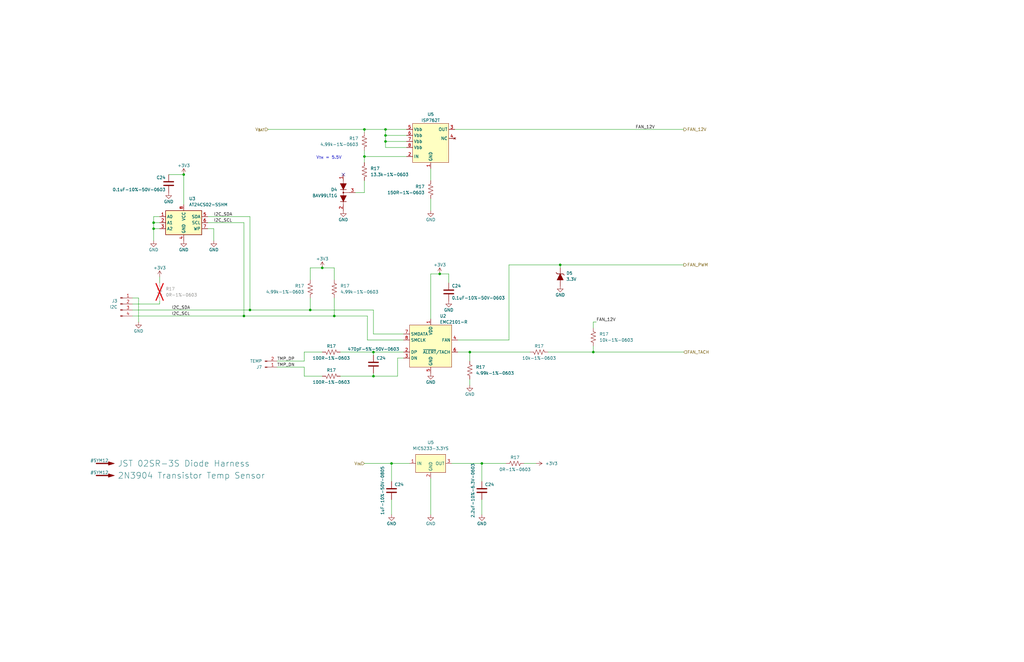
<source format=kicad_sch>
(kicad_sch (version 20230121) (generator eeschema)
  (paper "B")
  (title_block (title "NX J401 Adapter") (date "2023-06-04") (rev "1") (company "971 Spartan Robotics"))
  (lib_symbols
    (symbol "Connector:Conn_01x02_Pin" (pin_names (offset 1.016) hide)
      (property "Reference" "J" (at 0 2.54 0))
      (property "Value" "Conn_01x02_Pin" (at 0 -5.08 0))
      (symbol "Conn_01x02_Pin_1_1"
        (polyline (pts (xy 1.27 -2.54) (xy 0.8636 -2.54)) (stroke (width 0.1524)))
        (polyline (pts (xy 1.27 0) (xy 0.8636 0)) (stroke (width 0.1524)))
        (rectangle (start 0.8636 -2.413) (end 0 -2.667) (stroke (width 0.1524)) (fill (type outline)))
        (rectangle (start 0.8636 0.127) (end 0 -0.127) (stroke (width 0.1524)) (fill (type outline)))
        (pin passive line (at 5.08 0 180) (length 3.81) (name "Pin_1") (number "1"))
        (pin passive line (at 5.08 -2.54 180) (length 3.81) (name "Pin_2") (number "2"))
      )
    )
    (symbol "Connector:Conn_01x04_Pin" (pin_names (offset 1.016) hide)
      (property "Reference" "J" (at 0 5.08 0))
      (property "Value" "Conn_01x04_Pin" (at 0 -7.62 0))
      (symbol "Conn_01x04_Pin_1_1"
        (polyline (pts (xy 1.27 -5.08) (xy 0.8636 -5.08)) (stroke (width 0.1524)))
        (polyline (pts (xy 1.27 -2.54) (xy 0.8636 -2.54)) (stroke (width 0.1524)))
        (polyline (pts (xy 1.27 0) (xy 0.8636 0)) (stroke (width 0.1524)))
        (polyline (pts (xy 1.27 2.54) (xy 0.8636 2.54)) (stroke (width 0.1524)))
        (rectangle (start 0.8636 -4.953) (end 0 -5.207) (stroke (width 0.1524)) (fill (type outline)))
        (rectangle (start 0.8636 -2.413) (end 0 -2.667) (stroke (width 0.1524)) (fill (type outline)))
        (rectangle (start 0.8636 0.127) (end 0 -0.127) (stroke (width 0.1524)) (fill (type outline)))
        (rectangle (start 0.8636 2.667) (end 0 2.413) (stroke (width 0.1524)) (fill (type outline)))
        (pin passive line (at 5.08 2.54 180) (length 3.81) (name "Pin_1") (number "1"))
        (pin passive line (at 5.08 0 180) (length 3.81) (name "Pin_2") (number "2"))
        (pin passive line (at 5.08 -2.54 180) (length 3.81) (name "Pin_3") (number "3"))
        (pin passive line (at 5.08 -5.08 180) (length 3.81) (name "Pin_4") (number "4"))
      )
    )
    (symbol "Device:C" (pin_numbers hide) (pin_names (offset 0.254))
      (property "Reference" "C" (at 0.635 2.54 0))
      (property "Value" "C" (at 0.635 -2.54 0))
      (symbol "C_0_1"
        (polyline (pts (xy -2.032 -0.762) (xy 2.032 -0.762)) (stroke (width 0.508)))
        (polyline (pts (xy -2.032 0.762) (xy 2.032 0.762)) (stroke (width 0.508)))
      )
      (symbol "C_1_1"
        (pin passive line (at 0 3.81 270) (length 2.794) (name "~") (number "1"))
        (pin passive line (at 0 -3.81 90) (length 2.794) (name "~") (number "2"))
      )
    )
    (symbol "Device:D_Zener" (pin_numbers hide) (pin_names (offset 1.016) hide)
      (property "Reference" "D1" (at -1.27 2.54 90))
      (property "Value" "D_Zener" (at 1.27 2.54 90))
      (symbol "D_Zener_0_1"
        (polyline (pts (xy 1.27 0) (xy -1.27 0)))
        (polyline (pts (xy -1.27 -1.27) (xy -1.27 1.27) (xy -0.7149 1.7102)) (stroke (width 0.254)))
      )
      (symbol "D_Zener_1_1"
        (polyline (pts (xy -1.27 -1.27) (xy -1.825 -1.7062)) (stroke (width 0.254)))
        (polyline (pts (xy 1.27 -1.27) (xy 1.27 1.27) (xy -1.27 0) (xy 1.27 -1.27)) (stroke (width 0.254)) (fill (type outline)))
        (pin passive line (at 3.81 0 180) (length 2.54) (name "A") (number "1"))
        (pin passive line (at -3.81 0 0) (length 2.54) (name "K") (number "3"))
      )
    )
    (symbol "Device:R_US" (pin_numbers hide) (pin_names (offset 0))
      (property "Reference" "R" (at 2.54 0 90))
      (property "Value" "R_US" (at -2.54 0 90))
      (symbol "R_US_0_1"
        (polyline (pts (xy 0 -2.286) (xy 0 -2.54)))
        (polyline (pts (xy 0 2.286) (xy 0 2.54)))
        (polyline (pts (xy 0 -0.762) (xy 1.016 -1.143) (xy 0 -1.524) (xy -1.016 -1.905) (xy 0 -2.286)))
        (polyline (pts (xy 0 0.762) (xy 1.016 0.381) (xy 0 0) (xy -1.016 -0.381) (xy 0 -0.762)))
        (polyline (pts (xy 0 2.286) (xy 1.016 1.905) (xy 0 1.524) (xy -1.016 1.143) (xy 0 0.762)))
      )
      (symbol "R_US_1_1"
        (pin passive line (at 0 3.81 270) (length 1.27) (name "~") (number "1"))
        (pin passive line (at 0 -3.81 90) (length 1.27) (name "~") (number "2"))
      )
    )
    (symbol "Diode:BAV99" (pin_names hide)
      (property "Reference" "D5" (at -1.27 2.54 90))
      (property "Value" "BAV99" (at 1.27 2.54 90))
      (symbol "BAV99_0_1"
        (polyline (pts (xy -5.08 0) (xy 5.08 0)))
      )
      (symbol "BAV99_1_1"
        (polyline (pts (xy 0 0) (xy 0 -2.54)))
        (polyline (pts (xy -1.27 -1.27) (xy -1.27 1.27) (xy -1.27 1.27)) (stroke (width 0.2032)))
        (polyline (pts (xy 3.81 1.27) (xy 3.81 -1.27) (xy 3.81 -1.27)) (stroke (width 0.2032)))
        (polyline (pts (xy -3.81 1.27) (xy -1.27 0) (xy -3.81 -1.27) (xy -3.81 1.27) (xy -3.81 1.27) (xy -3.81 1.27)) (stroke (width 0.2032)) (fill (type outline)))
        (polyline (pts (xy 1.27 1.27) (xy 3.81 0) (xy 1.27 -1.27) (xy 1.27 1.27) (xy 1.27 1.27) (xy 1.27 1.27)) (stroke (width 0.2032)) (fill (type outline)))
        (circle (center 0 0) (radius 0.254) (fill (type outline)))
        (pin passive line (at -7.62 0 0) (length 2.54) (name "K") (number "1"))
        (pin passive line (at 7.62 0 180) (length 2.54) (name "A") (number "2"))
        (pin passive line (at 0 -5.08 90) (length 2.54) (name "K") (number "3"))
      )
    )
    (symbol "Graphic:SYM_Arrow_Large" (in_bom no) (on_board no)
      (symbol "SYM_Arrow_Large_0_1"
        (polyline (pts (xy 2.54 0) (xy -3.81 0)) (stroke (width 0.508)))
        (polyline (pts (xy 3.81 0) (xy 1.27 -0.762) (xy 1.27 0.762) (xy 3.81 0)) (fill (type outline)))
      )
    )
    (symbol "Memory_EEPROM:AT24CS02-SSHM"
      (property "Reference" "U" (at -7.62 6.35 0))
      (property "Value" "AT24CS02-SSHM" (at 2.54 -6.35 0))
      (symbol "AT24CS02-SSHM_1_1"
        (rectangle (start -7.62 5.08) (end 7.62 -5.08) (stroke (width 0.254)) (fill (type background)))
        (pin input line (at -10.16 2.54 0) (length 2.54) (name "A0") (number "1"))
        (pin input line (at -10.16 0 0) (length 2.54) (name "A1") (number "2"))
        (pin input line (at -10.16 -2.54 0) (length 2.54) (name "A2") (number "3"))
        (pin power_in line (at 0 -7.62 90) (length 2.54) (name "GND") (number "4"))
        (pin bidirectional line (at 10.16 2.54 180) (length 2.54) (name "SDA") (number "5"))
        (pin input line (at 10.16 0 180) (length 2.54) (name "SCL") (number "6"))
        (pin input line (at 10.16 -2.54 180) (length 2.54) (name "WP") (number "7"))
        (pin power_in line (at 0 7.62 270) (length 2.54) (name "VCC") (number "8"))
      )
    )
    (symbol "NX-AdapterBoard:EMC2101"
      (property "Reference" "U3" (at 3.81 3.81 0))
      (property "Value" "EMC2101" (at 3.81 1.27 0))
      (symbol "EMC2101_1_1"
        (rectangle (start -8.89 0) (end 8.89 -17.78) (fill (type background)))
        (pin power_in line (at 0 2.54 270) (length 2.54) (name "VDD") (number "1"))
        (pin passive line (at -11.43 -11.43 0) (length 2.54) (name "DP") (number "2"))
        (pin passive line (at -11.43 -13.97 0) (length 2.54) (name "DN") (number "3"))
        (pin passive line (at 11.43 -6.35 180) (length 2.54) (name "FAN") (number "4"))
        (pin passive line (at 0 -20.32 90) (length 2.54) (name "GND") (number "5"))
        (pin bidirectional line (at 11.43 -11.43 180) (length 2.54) (name "~{ALERT}/TACH") (number "6"))
        (pin bidirectional line (at -11.43 -3.81 0) (length 2.54) (name "SMDATA") (number "7"))
        (pin input line (at -11.43 -6.35 0) (length 2.54) (name "SMCLK") (number "8"))
      )
    )
    (symbol "NX-AdapterBoard:ISP762T"
      (property "Reference" "U" (at 0 0 0))
      (property "Value" "ISP762T" (at 0 0 0))
      (symbol "ISP762T_1_1"
        (rectangle (start -7.62 0) (end 7.62 -16.51) (fill (type background)))
        (pin passive line (at 0 -19.05 90) (length 2.54) (name "GND") (number "1"))
        (pin input line (at -10.16 -13.97 0) (length 2.54) (name "IN") (number "2"))
        (pin output line (at 10.16 -2.54 180) (length 2.54) (name "OUT") (number "3"))
        (pin no_connect line (at 10.16 -6.35 180) (length 2.54) (name "NC") (number "4"))
        (pin power_in line (at -10.16 -2.54 0) (length 2.54) (name "Vbb") (number "5"))
        (pin power_in line (at -10.16 -5.08 0) (length 2.54) (name "Vbb") (number "6"))
        (pin power_in line (at -10.16 -7.62 0) (length 2.54) (name "Vbb") (number "7"))
        (pin power_in line (at -10.16 -10.16 0) (length 2.54) (name "Vbb") (number "8"))
      )
    )
    (symbol "NX-AdapterBoard:MIC5233-3.3YS"
      (property "Reference" "U" (at 0 0 0))
      (property "Value" "MIC5233-3.3YS" (at 0 0 0))
      (symbol "MIC5233-3.3YS_1_1"
        (rectangle (start -6.35 0) (end 6.35 -7.62) (fill (type background)))
        (pin power_in line (at -8.89 -3.81 0) (length 2.54) (name "IN") (number "1"))
        (pin passive line (at 0 -10.16 90) (length 2.54) (name "GND") (number "2"))
        (pin power_out line (at 8.89 -3.81 180) (length 2.54) (name "OUT") (number "3"))
      )
    )
    (symbol "power:+3V3" (power) (pin_names (offset 0))
      (property "Value" "+3V3" (at 0 3.556 0))
      (symbol "+3V3_0_1"
        (polyline (pts (xy -0.762 1.27) (xy 0 2.54)))
        (polyline (pts (xy 0 0) (xy 0 2.54)))
        (polyline (pts (xy 0 2.54) (xy 0.762 1.27)))
      )
      (symbol "+3V3_1_1"
        (pin power_in line (at 0 0 90) (length 0) hide (name "+3V3") (number "1"))
      )
    )
    (symbol "power:GND" (power) (pin_names (offset 0))
      (property "Value" "GND" (at 0 -3.81 0))
      (symbol "GND_0_1"
        (polyline (pts (xy 0 0) (xy 0 -1.27) (xy 1.27 -1.27) (xy 0 -2.54) (xy -1.27 -1.27) (xy 0 -1.27)))
      )
      (symbol "GND_1_1"
        (pin power_in line (at 0 0 270) (length 0) hide (name "GND") (number "1"))
      )
    )
  )
  (junction (at 130.81 130.81))
  (junction (at 77.47 73.66))
  (junction (at 162.56 59.69))
  (junction (at 185.42 115.57))
  (junction (at 64.77 93.98))
  (junction (at 250.19 148.59))
  (junction (at 153.67 66.04))
  (junction (at 236.22 111.76))
  (junction (at 162.56 54.61))
  (junction (at 165.1 195.58))
  (junction (at 198.12 148.59))
  (junction (at 157.48 158.75))
  (junction (at 162.56 57.15))
  (junction (at 105.41 130.81))
  (junction (at 140.97 133.35))
  (junction (at 135.89 113.03))
  (junction (at 153.67 54.61))
  (junction (at 157.48 148.59))
  (junction (at 203.2 195.58))
  (junction (at 64.77 96.52))
  (junction (at 102.87 133.35))
  (no_connect (at 144.78 73.66))
  (wire (pts (xy 130.81 113.03) (xy 135.89 113.03)))
  (wire (pts (xy 203.2 195.58) (xy 203.2 203.2)))
  (wire (pts (xy 153.67 66.04) (xy 171.45 66.04)))
  (wire (pts (xy 167.64 151.13) (xy 167.64 158.75)))
  (wire (pts (xy 157.48 130.81) (xy 130.81 130.81)))
  (wire (pts (xy 64.77 93.98) (xy 67.31 93.98)))
  (wire (pts (xy 157.48 149.86) (xy 157.48 148.59)))
  (wire (pts (xy 236.22 111.76) (xy 236.22 113.03)))
  (wire (pts (xy 181.61 115.57) (xy 185.42 115.57)))
  (wire (pts (xy 162.56 57.15) (xy 162.56 59.69)))
  (wire (pts (xy 170.18 143.51) (xy 154.94 143.51)))
  (wire (pts (xy 140.97 125.73) (xy 140.97 133.35)))
  (wire (pts (xy 64.77 96.52) (xy 64.77 101.6)))
  (wire (pts (xy 153.67 76.2) (xy 153.67 81.28)))
  (wire (pts (xy 157.48 140.97) (xy 157.48 130.81)))
  (wire (pts (xy 250.19 148.59) (xy 288.29 148.59)))
  (wire (pts (xy 130.81 113.03) (xy 130.81 118.11)))
  (wire (pts (xy 250.19 146.05) (xy 250.19 148.59)))
  (wire (pts (xy 87.63 93.98) (xy 102.87 93.98)))
  (wire (pts (xy 157.48 148.59) (xy 170.18 148.59)))
  (wire (pts (xy 181.61 217.17) (xy 181.61 201.93)))
  (wire (pts (xy 140.97 113.03) (xy 140.97 118.11)))
  (wire (pts (xy 58.42 135.89) (xy 58.42 125.73)))
  (wire (pts (xy 87.63 91.44) (xy 105.41 91.44)))
  (wire (pts (xy 162.56 59.69) (xy 162.56 62.23)))
  (wire (pts (xy 165.1 195.58) (xy 165.1 203.2)))
  (wire (pts (xy 162.56 54.61) (xy 171.45 54.61)))
  (wire (pts (xy 171.45 62.23) (xy 162.56 62.23)))
  (wire (pts (xy 153.67 54.61) (xy 162.56 54.61)))
  (wire (pts (xy 154.94 133.35) (xy 140.97 133.35)))
  (wire (pts (xy 128.27 154.94) (xy 128.27 158.75)))
  (wire (pts (xy 214.63 143.51) (xy 214.63 111.76)))
  (wire (pts (xy 198.12 148.59) (xy 198.12 152.4)))
  (wire (pts (xy 214.63 111.76) (xy 236.22 111.76)))
  (wire (pts (xy 193.04 143.51) (xy 214.63 143.51)))
  (wire (pts (xy 165.1 195.58) (xy 172.72 195.58)))
  (wire (pts (xy 149.86 81.28) (xy 153.67 81.28)))
  (wire (pts (xy 181.61 88.9) (xy 181.61 83.82)))
  (wire (pts (xy 231.14 148.59) (xy 250.19 148.59)))
  (wire (pts (xy 128.27 152.4) (xy 128.27 148.59)))
  (wire (pts (xy 236.22 111.76) (xy 288.29 111.76)))
  (wire (pts (xy 135.89 113.03) (xy 140.97 113.03)))
  (wire (pts (xy 77.47 73.66) (xy 71.12 73.66)))
  (wire (pts (xy 226.06 195.58) (xy 220.98 195.58)))
  (wire (pts (xy 90.17 101.6) (xy 90.17 96.52)))
  (wire (pts (xy 198.12 148.59) (xy 193.04 148.59)))
  (wire (pts (xy 153.67 63.5) (xy 153.67 66.04)))
  (wire (pts (xy 64.77 93.98) (xy 64.77 96.52)))
  (wire (pts (xy 185.42 115.57) (xy 189.23 115.57)))
  (wire (pts (xy 251.46 135.89) (xy 250.19 135.89)))
  (wire (pts (xy 153.67 195.58) (xy 165.1 195.58)))
  (wire (pts (xy 198.12 160.02) (xy 198.12 162.56)))
  (wire (pts (xy 90.17 96.52) (xy 87.63 96.52)))
  (wire (pts (xy 153.67 54.61) (xy 153.67 55.88)))
  (wire (pts (xy 64.77 91.44) (xy 64.77 93.98)))
  (wire (pts (xy 162.56 59.69) (xy 171.45 59.69)))
  (wire (pts (xy 181.61 115.57) (xy 181.61 134.62)))
  (wire (pts (xy 143.51 158.75) (xy 157.48 158.75)))
  (wire (pts (xy 55.88 130.81) (xy 105.41 130.81)))
  (wire (pts (xy 67.31 127) (xy 67.31 128.27)))
  (wire (pts (xy 157.48 158.75) (xy 167.64 158.75)))
  (wire (pts (xy 105.41 130.81) (xy 130.81 130.81)))
  (wire (pts (xy 203.2 195.58) (xy 213.36 195.58)))
  (wire (pts (xy 113.03 54.61) (xy 153.67 54.61)))
  (wire (pts (xy 67.31 91.44) (xy 64.77 91.44)))
  (wire (pts (xy 181.61 76.2) (xy 181.61 71.12)))
  (wire (pts (xy 162.56 57.15) (xy 171.45 57.15)))
  (wire (pts (xy 162.56 54.61) (xy 162.56 57.15)))
  (wire (pts (xy 105.41 91.44) (xy 105.41 130.81)))
  (wire (pts (xy 102.87 133.35) (xy 140.97 133.35)))
  (wire (pts (xy 170.18 140.97) (xy 157.48 140.97)))
  (wire (pts (xy 128.27 148.59) (xy 135.89 148.59)))
  (wire (pts (xy 102.87 93.98) (xy 102.87 133.35)))
  (wire (pts (xy 64.77 96.52) (xy 67.31 96.52)))
  (wire (pts (xy 190.5 195.58) (xy 203.2 195.58)))
  (wire (pts (xy 128.27 152.4) (xy 116.84 152.4)))
  (wire (pts (xy 55.88 133.35) (xy 102.87 133.35)))
  (wire (pts (xy 223.52 148.59) (xy 198.12 148.59)))
  (wire (pts (xy 250.19 135.89) (xy 250.19 138.43)))
  (wire (pts (xy 189.23 115.57) (xy 189.23 119.38)))
  (wire (pts (xy 128.27 154.94) (xy 116.84 154.94)))
  (wire (pts (xy 154.94 143.51) (xy 154.94 133.35)))
  (wire (pts (xy 191.77 54.61) (xy 288.29 54.61)))
  (wire (pts (xy 67.31 116.84) (xy 67.31 119.38)))
  (wire (pts (xy 170.18 151.13) (xy 167.64 151.13)))
  (wire (pts (xy 153.67 66.04) (xy 153.67 68.58)))
  (wire (pts (xy 165.1 210.82) (xy 165.1 217.17)))
  (wire (pts (xy 67.31 128.27) (xy 55.88 128.27)))
  (wire (pts (xy 130.81 125.73) (xy 130.81 130.81)))
  (wire (pts (xy 77.47 86.36) (xy 77.47 73.66)))
  (wire (pts (xy 143.51 148.59) (xy 157.48 148.59)))
  (wire (pts (xy 157.48 157.48) (xy 157.48 158.75)))
  (wire (pts (xy 128.27 158.75) (xy 135.89 158.75)))
  (wire (pts (xy 203.2 210.82) (xy 203.2 217.17)))
  (wire (pts (xy 58.42 125.73) (xy 55.88 125.73)))
  (text "V_{TH} = 5.5V" (at 133.35 67.31 0) (effects (font (size 1.27 1.27)) (justify left bottom)))
  (label "I2C_SCL" (at 90.17 93.98 0))
  (label "I2C_SDA" (at 90.17 91.44 0))
  (label "I2C_SCL" (at 72.39 133.35 0))
  (label "TMP_DP" (at 116.84 152.4 0))
  (label "TMP_DN" (at 116.84 154.94 0))
  (label "FAN_12V" (at 251.46 135.89 0))
  (label "I2C_SDA" (at 72.39 130.81 0))
  (label "FAN_12V" (at 267.97 54.61 0))
  (hierarchical_label "V_{BAT}" (shape input) (at 113.03 54.61 180))
  (hierarchical_label "FAN_TACH" (shape input) (at 288.29 148.59 0))
  (hierarchical_label "FAN_PWM" (shape output) (at 288.29 111.76 0))
  (hierarchical_label "V_{IN}" (shape input) (at 153.67 195.58 180))
  (hierarchical_label "FAN_12V" (shape output) (at 288.29 54.61 0))
  (symbol (lib_id "power:GND") (at 77.47 101.6 0) (mirror y) (unit 1)
    (property "Reference" "#PWR036" (effects hide))
    (property "Value" "GND" (at 77.47 105.41 0))
    (instances (project "NX-J401-Adapter" (path "" (reference "#PWR036") (unit 1)) (path "" (reference "#PWR017") (unit 1))))
  )
  (symbol (lib_id "Device:C") (at 189.23 123.19 0) (mirror y) (unit 1)
    (property "Reference" "C24" (at 190.5 120.65 0) (effects (justify right)))
    (property "Value" "0.1uF-10%-50V-0603" (at 190.5 125.73 0) (effects (justify right)))
    (property "Footprint" "Capacitor_SMD:C_0603_1608Metric" (effects hide))
    (property "MFG" "Samsung Electro-Mechanics" (effects hide))
    (property "MFG P/N" "CL10B104KB8NNNC" (effects hide))
    (property "DIST" "Digikey" (effects hide))
    (property "DIST P/N" "1276-1000-1-ND" (effects hide))
    (instances (project "PI-Power-Board" (path "" (reference "C24") (unit 1))) (project "NX-J401-Adapter" (path "" (reference "C7") (unit 1)) (path "" (reference "C12") (unit 1))))
  )
  (symbol (lib_id "Device:C") (at 165.1 207.01 0) (mirror y) (unit 1)
    (property "Reference" "C24" (at 166.37 204.47 0) (effects (justify right)))
    (property "Value" "1uF-10%-50V-0805" (at 161.29 207.01 90))
    (property "Footprint" "Capacitor_SMD:C_0805_2012Metric" (effects hide))
    (property "MFG" "Samsung Electro-Mechanics" (effects hide))
    (property "MFG P/N" "CL21B105KBFNNNG" (effects hide))
    (property "DIST" "Digikey" (effects hide))
    (property "DIST P/N" "1276-6470-1-ND" (effects hide))
    (instances (project "PI-Power-Board" (path "" (reference "C24") (unit 1))) (project "NX-J401-Adapter" (path "" (reference "C12") (unit 1)) (path "" (reference "C7") (unit 1))))
  )
  (symbol (lib_id "Device:R_US") (at 139.7 148.59 270) (mirror x) (unit 1)
    (property "Reference" "R17" (at 139.7 146.05 90))
    (property "Value" "100R-1%-0603" (at 139.7 151.13 90))
    (property "Footprint" "Resistor_SMD:R_0603_1608Metric" (effects hide))
    (property "MFG" "Yageo" (effects hide))
    (property "MFG P/N" "RC0603FR-07100RL" (effects hide))
    (property "DIST" "Digikey" (effects hide))
    (property "DIST P/N" "311-100HRCT-ND" (effects hide))
    (instances (project "PI-Power-Board" (path "" (reference "R17") (unit 1))) (project "NX-J401-Adapter" (path "" (reference "R6") (unit 1)) (path "" (reference "R3") (unit 1))))
  )
  (symbol (lib_id "power:GND") (at 189.23 127 0) (mirror y) (unit 1)
    (property "Reference" "#PWR036" (effects hide))
    (property "Value" "GND" (at 189.23 130.81 0))
    (instances (project "NX-J401-Adapter" (path "" (reference "#PWR036") (unit 1)) (path "" (reference "#PWR09") (unit 1))))
  )
  (symbol (lib_id "power:GND") (at 198.12 162.56 0) (mirror y) (unit 1)
    (property "Reference" "#PWR036" (effects hide))
    (property "Value" "GND" (at 198.12 166.37 0))
    (instances (project "NX-J401-Adapter" (path "" (reference "#PWR036") (unit 1)) (path "" (reference "#PWR011") (unit 1))))
  )
  (symbol (lib_id "Graphic:SYM_Arrow_Large") (at 44.45 200.66 0) (unit 1) (on_board no)
    (property "Reference" "#SYM12" (at 41.91 199.39 0))
    (property "Value" "2N3904 Transistor Temp Sensor" (at 49.53 200.66 0) (effects (font (size 2.54 2.54)) (justify left)))
    (property "Datasheet" "Components/onsemi-PZT3904-D.pdf" (effects hide))
    (property "MFG" "onsemi" (effects hide))
    (property "MFG P/N" "2N3904BU" (effects hide))
    (property "DIST" "Digikey" (effects hide))
    (property "DIST P/N" "2N3904FS-ND" (effects hide))
    (instances (project "NX-J401-Adapter" (path "" (reference "#SYM12") (unit 1)) (path "" (reference "Q3") (unit 1))))
  )
  (symbol (lib_id "power:GND") (at 144.78 88.9 0) (mirror y) (unit 1)
    (property "Reference" "#PWR036" (effects hide))
    (property "Value" "GND" (at 144.78 92.71 0))
    (instances (project "NX-J401-Adapter" (path "" (reference "#PWR036") (unit 1)) (path "" (reference "#PWR02") (unit 1))))
  )
  (symbol (lib_id "power:+3V3") (at 135.89 113.03 0) (unit 1)
    (property "Reference" "#PWR015" (effects hide))
    (property "Value" "+3V3" (at 135.89 109.22 0))
  )
  (symbol (lib_id "power:+3V3") (at 185.42 115.57 0) (unit 1)
    (property "Reference" "#PWR020" (effects hide))
    (property "Value" "+3V3" (at 185.42 111.76 0))
  )
  (symbol (lib_id "NX-AdapterBoard:ISP762T") (at 181.61 52.07 0) (unit 1)
    (property "Reference" "U5" (at 181.61 48.26 0))
    (property "Value" "ISP762T" (at 181.61 50.8 0))
    (property "Footprint" "Package_SO:SO-8_3.9x4.9mm_P1.27mm" (effects hide))
    (property "Datasheet" "Components/Infineon-ISP762T-DataSheet-v01_50-EN.pdf" (effects hide))
    (property "MFG" "Infineon" (effects hide))
    (property "MFG P/N" "ISP762TFUMA1" (effects hide))
    (property "DIST" "Digikey" (effects hide))
    (property "DIST P/N" "ISP762TFUMA1CT-ND" (effects hide))
  )
  (symbol (lib_id "power:+3V3") (at 226.06 195.58 270) (mirror x) (unit 1)
    (property "Reference" "#PWR024" (effects hide))
    (property "Value" "+3V3" (at 229.87 195.58 90) (effects (justify left)))
  )
  (symbol (lib_id "power:GND") (at 236.22 120.65 0) (mirror y) (unit 1)
    (property "Reference" "#PWR036" (effects hide))
    (property "Value" "GND" (at 236.22 124.46 0))
    (instances (project "NX-J401-Adapter" (path "" (reference "#PWR036") (unit 1)) (path "" (reference "#PWR012") (unit 1))))
  )
  (symbol (lib_id "power:GND") (at 165.1 217.17 0) (unit 1)
    (property "Reference" "#PWR014" (effects hide))
    (property "Value" "GND" (at 165.1 220.98 0))
    (instances (project "PI-Power-Board" (path "" (reference "#PWR014") (unit 1))) (project "NX-J401-Adapter" (path "" (reference "#PWR022") (unit 1)) (path "" (reference "#PWR07") (unit 1))))
  )
  (symbol (lib_id "power:GND") (at 181.61 217.17 0) (unit 1)
    (property "Reference" "#PWR014" (effects hide))
    (property "Value" "GND" (at 181.61 220.98 0))
    (instances (project "PI-Power-Board" (path "" (reference "#PWR014") (unit 1))) (project "NX-J401-Adapter" (path "" (reference "#PWR020") (unit 1)) (path "" (reference "#PWR08") (unit 1))))
  )
  (symbol (lib_id "power:GND") (at 58.42 135.89 0) (mirror y) (unit 1)
    (property "Reference" "#PWR036" (effects hide))
    (property "Value" "GND" (at 58.42 139.7 0))
    (instances (project "NX-J401-Adapter" (path "" (reference "#PWR036") (unit 1)) (path "" (reference "#PWR05") (unit 1))))
  )
  (symbol (lib_id "Device:R_US") (at 139.7 158.75 270) (mirror x) (unit 1)
    (property "Reference" "R17" (at 139.7 156.21 90))
    (property "Value" "100R-1%-0603" (at 139.7 161.29 90))
    (property "Footprint" "Resistor_SMD:R_0603_1608Metric" (effects hide))
    (property "MFG" "Yageo" (effects hide))
    (property "MFG P/N" "RC0603FR-07100RL" (effects hide))
    (property "DIST" "Digikey" (effects hide))
    (property "DIST P/N" "311-100HRCT-ND" (effects hide))
    (instances (project "PI-Power-Board" (path "" (reference "R17") (unit 1))) (project "NX-J401-Adapter" (path "" (reference "R6") (unit 1)) (path "" (reference "R4") (unit 1))))
  )
  (symbol (lib_id "Device:R_US") (at 153.67 72.39 0) (mirror x) (unit 1)
    (property "Reference" "R17" (at 156.21 71.12 0) (effects (justify left)))
    (property "Value" "13.3k-1%-0603" (at 156.21 73.66 0) (effects (justify left)))
    (property "Footprint" "Resistor_SMD:R_0603_1608Metric" (effects hide))
    (property "MFG" "Yageo" (effects hide))
    (property "MFG P/N" "RC0603FR-0713K3L" (effects hide))
    (property "DIST" "Digikey" (effects hide))
    (property "DIST P/N" "311-13.3KHRCT-ND" (effects hide))
    (instances (project "PI-Power-Board" (path "" (reference "R17") (unit 1))) (project "NX-J401-Adapter" (path "" (reference "R6") (unit 1)) (path "" (reference "R21") (unit 1))))
  )
  (symbol (lib_id "Connector:Conn_01x04_Pin") (at 50.8 128.27 0) (unit 1)
    (property "Reference" "J3" (at 49.53 127 0) (effects (justify right)))
    (property "Value" "I2C" (at 49.53 129.54 0) (effects (justify right)))
    (property "Footprint" "Connector_JST:JST_SH_BM04B-SRSS-TB_1x04-1MP_P1.00mm_Vertical" (effects hide))
    (property "Datasheet" "Components/JST-eSH.pdf" (effects hide))
    (property "MFG" "JST" (effects hide))
    (property "MFG P/N" "BM04B-SRSS-TB" (effects hide))
    (property "DIST" "Digikey" (effects hide))
    (property "DIST P/N" "455-BM04B-SRSS-TBCT-ND" (effects hide))
  )
  (symbol (lib_id "Device:R_US") (at 217.17 195.58 270) (unit 1)
    (property "Reference" "R17" (at 217.17 193.04 90))
    (property "Value" "0R-1%-0603" (at 217.17 198.12 90))
    (property "Footprint" "Resistor_SMD:R_0603_1608Metric" (effects hide))
    (property "MFG" "Yageo" (effects hide))
    (property "MFG P/N" "RC0603FR-070RL" (effects hide))
    (property "DIST" "Digikey" (effects hide))
    (property "DIST P/N" "311-0.0HRCT-ND" (effects hide))
    (instances (project "PI-Power-Board" (path "" (reference "R17") (unit 1))) (project "NX-J401-Adapter" (path "" (reference "R7") (unit 1)) (path "" (reference "R9") (unit 1))))
  )
  (symbol (lib_id "power:GND") (at 203.2 217.17 0) (unit 1)
    (property "Reference" "#PWR014" (effects hide))
    (property "Value" "GND" (at 203.2 220.98 0))
    (instances (project "PI-Power-Board" (path "" (reference "#PWR014") (unit 1))) (project "NX-J401-Adapter" (path "" (reference "#PWR023") (unit 1)) (path "" (reference "#PWR010") (unit 1))))
  )
  (symbol (lib_id "power:GND") (at 71.12 81.28 0) (unit 1)
    (property "Reference" "#PWR036" (effects hide))
    (property "Value" "GND" (at 71.12 85.09 0))
    (instances (project "NX-J401-Adapter" (path "" (reference "#PWR036") (unit 1)) (path "" (reference "#PWR016") (unit 1))))
  )
  (symbol (lib_id "Device:R_US") (at 227.33 148.59 270) (mirror x) (unit 1)
    (property "Reference" "R17" (at 227.33 146.05 90))
    (property "Value" "10k-1%-0603" (at 227.33 151.13 90))
    (property "Footprint" "Resistor_SMD:R_0603_1608Metric" (effects hide))
    (property "MFG" "Yageo" (effects hide))
    (property "MFG P/N" "RC0603FR-0710KL" (effects hide))
    (property "DIST" "Digikey" (effects hide))
    (property "DIST P/N" "311-10.0KHRCT-ND" (effects hide))
    (instances (project "PI-Power-Board" (path "" (reference "R17") (unit 1))) (project "NX-J401-Adapter" (path "" (reference "R6") (unit 1)) (path "" (reference "R7") (unit 1))))
  )
  (symbol (lib_id "power:GND") (at 181.61 88.9 0) (mirror y) (unit 1)
    (property "Reference" "#PWR036" (effects hide))
    (property "Value" "GND" (at 181.61 92.71 0))
    (instances (project "NX-J401-Adapter" (path "" (reference "#PWR036") (unit 1)) (path "" (reference "#PWR03") (unit 1))))
  )
  (symbol (lib_id "Device:C") (at 157.48 153.67 0) (mirror y) (unit 1)
    (property "Reference" "C24" (at 158.75 151.13 0) (effects (justify right)))
    (property "Value" "470pF-5%-50V-0603" (at 157.48 147.32 0))
    (property "Footprint" "Capacitor_SMD:C_0603_1608Metric" (effects hide))
    (property "MFG" "KEMET" (effects hide))
    (property "MFG P/N" "C0603C471J5GAC7867" (effects hide))
    (property "DIST" "Digikey" (effects hide))
    (property "DIST P/N" "399-C0603C471J5GAC7867CT-ND" (effects hide))
    (instances (project "PI-Power-Board" (path "" (reference "C24") (unit 1))) (project "NX-J401-Adapter" (path "" (reference "C1") (unit 1)) (path "" (reference "C5") (unit 1))))
  )
  (symbol (lib_id "Connector:Conn_01x02_Pin") (at 111.76 154.94 0) (mirror x) (unit 1)
    (property "Reference" "J7" (at 110.49 154.94 0) (effects (justify right)))
    (property "Value" "TEMP" (at 110.49 152.4 0) (effects (justify right)))
    (property "Footprint" "Connector_JST:JST_SH_BM02B-SRSS-TB_1x02-1MP_P1.00mm_Vertical" (effects hide))
    (property "Datasheet" "Components/JST-eSH.pdf" (effects hide))
    (property "MFG" "JST" (effects hide))
    (property "MFG P/N" "BM02B-SRSS-TB" (effects hide))
    (property "DIST" "Digikey" (effects hide))
    (property "DIST P/N" "455-1788-1-ND" (effects hide))
    (instances (project "NX-J401-Adapter" (path "" (reference "J7") (unit 1)) (path "" (reference "J1") (unit 1))))
  )
  (symbol (lib_id "Device:R_US") (at 130.81 121.92 0) (mirror x) (unit 1)
    (property "Reference" "R17" (at 128.27 120.65 0) (effects (justify right)))
    (property "Value" "4.99k-1%-0603" (at 128.27 123.19 0) (effects (justify right)))
    (property "Footprint" "Resistor_SMD:R_0603_1608Metric" (effects hide))
    (property "MFG" "Yageo" (effects hide))
    (property "MFG P/N" "RC0603FR-074K99L" (effects hide))
    (property "DIST" "Digikey" (effects hide))
    (property "DIST P/N" "311-4.99KHRCT-ND" (effects hide))
    (instances (project "PI-Power-Board" (path "" (reference "R17") (unit 1))) (project "NX-J401-Adapter" (path "" (reference "R7") (unit 1)) (path "" (reference "R18") (unit 1))))
  )
  (symbol (lib_id "Device:R_US") (at 181.61 80.01 0) (mirror x) (unit 1)
    (property "Reference" "R17" (at 179.07 78.74 0) (effects (justify right)))
    (property "Value" "150R-1%-0603" (at 179.07 81.28 0) (effects (justify right)))
    (property "Footprint" "Resistor_SMD:R_0603_1608Metric" (effects hide))
    (property "MFG" "Yageo" (effects hide))
    (property "MFG P/N" "RC0603FR-07150RL" (effects hide))
    (property "DIST" "Digikey" (effects hide))
    (property "DIST P/N" "311-150HRCT-ND" (effects hide))
    (instances (project "PI-Power-Board" (path "" (reference "R17") (unit 1))) (project "NX-J401-Adapter" (path "" (reference "R7") (unit 1)) (path "" (reference "R20") (unit 1))))
  )
  (symbol (lib_id "Device:D_Zener") (at 236.22 116.84 270) (unit 1)
    (property "Reference" "D5" (at 238.76 115.2925 90) (effects (justify left)))
    (property "Value" "3.3V" (at 238.76 117.8325 90) (effects (justify left)))
    (property "Footprint" "Package_TO_SOT_SMD:SOT-23" (effects hide))
    (property "Datasheet" "Components/BZX84_SER.pdf" (effects hide))
    (property "MFG" "Nexperia" (effects hide))
    (property "MFG P/N" "BZX84-C3V3,215" (effects hide))
    (property "DIST" "Digikey" (effects hide))
    (property "DIST P/N" "1727-2937-1-ND" (effects hide))
    (instances (project "E2E_Controller" (path "" (reference "D5") (unit 1))) (project "NX-J401-Adapter" (path "" (reference "D3") (unit 1))))
  )
  (symbol (lib_id "Device:R_US") (at 153.67 59.69 0) (mirror x) (unit 1)
    (property "Reference" "R17" (at 151.13 58.42 0) (effects (justify right)))
    (property "Value" "4.99k-1%-0603" (at 151.13 60.96 0) (effects (justify right)))
    (property "Footprint" "Resistor_SMD:R_0603_1608Metric" (effects hide))
    (property "MFG" "Yageo" (effects hide))
    (property "MFG P/N" "RC0603FR-074K99L" (effects hide))
    (property "DIST" "Digikey" (effects hide))
    (property "DIST P/N" "311-4.99KHRCT-ND" (effects hide))
    (instances (project "PI-Power-Board" (path "" (reference "R17") (unit 1))) (project "NX-J401-Adapter" (path "" (reference "R7") (unit 1)) (path "" (reference "R19") (unit 1))))
  )
  (symbol (lib_id "Memory_EEPROM:AT24CS02-SSHM") (at 77.47 93.98 0) (unit 1)
    (property "Reference" "U3" (at 79.6842 83.82 0) (effects (justify left)))
    (property "Value" "AT24CS02-SSHM" (at 79.6842 86.36 0) (effects (justify left)))
    (property "Footprint" "Package_SO:SOIC-8_3.9x4.9mm_P1.27mm" (effects hide))
    (property "Datasheet" "Components/Microchip-AT24C01D-AT24C02D.pdf" (effects hide))
    (property "MFG" "Microchip" (effects hide))
    (property "MFG P/N" "AT24C02D-SSHM-T" (effects hide))
    (property "DIST" "Digikey" (effects hide))
    (property "DIST P/N" "AT24C02D-SSHM-TCT-ND" (effects hide))
  )
  (symbol (lib_id "Device:C") (at 71.12 77.47 0) (unit 1)
    (property "Reference" "C24" (at 69.85 74.93 0) (effects (justify right)))
    (property "Value" "0.1uF-10%-50V-0603" (at 69.85 80.01 0) (effects (justify right)))
    (property "Footprint" "Capacitor_SMD:C_0603_1608Metric" (effects hide))
    (property "MFG" "Samsung Electro-Mechanics" (effects hide))
    (property "MFG P/N" "CL10B104KB8NNNC" (effects hide))
    (property "DIST" "Digikey" (effects hide))
    (property "DIST P/N" "1276-1000-1-ND" (effects hide))
    (instances (project "PI-Power-Board" (path "" (reference "C24") (unit 1))) (project "NX-J401-Adapter" (path "" (reference "C7") (unit 1)) (path "" (reference "C13") (unit 1))))
  )
  (symbol (lib_id "power:GND") (at 90.17 101.6 0) (mirror y) (unit 1)
    (property "Reference" "#PWR036" (effects hide))
    (property "Value" "GND" (at 90.17 105.41 0))
    (instances (project "NX-J401-Adapter" (path "" (reference "#PWR036") (unit 1)) (path "" (reference "#PWR019") (unit 1))))
  )
  (symbol (lib_id "power:GND") (at 181.61 157.48 0) (mirror y) (unit 1)
    (property "Reference" "#PWR036" (effects hide))
    (property "Value" "GND" (at 181.61 161.29 0))
    (instances (project "NX-J401-Adapter" (path "" (reference "#PWR036") (unit 1)) (path "" (reference "#PWR04") (unit 1))))
  )
  (symbol (lib_id "NX-AdapterBoard:EMC2101") (at 181.61 137.16 0) (unit 1)
    (property "Reference" "U2" (at 185.42 133.35 0) (effects (justify left)))
    (property "Value" "EMC2101-R" (at 185.42 135.89 0) (effects (justify left)))
    (property "Footprint" "Package_SO:MSOP-8_3x3mm_P0.65mm" (effects hide))
    (property "Datasheet" "Components/Microchip-EMC2101.pdf" (effects hide))
    (property "MFG" "Microchip" (effects hide))
    (property "MFG P/N" "EMC2101-R-ACZL-TR" (effects hide))
    (property "DIST" "Digikey" (effects hide))
    (property "DIST P/N" "EMC2101-R-ACZL-CT-ND" (effects hide))
  )
  (symbol (lib_id "Device:R_US") (at 67.31 123.19 180) (unit 1) (dnp yes)
    (property "Reference" "R17" (at 69.85 121.92 0) (effects (justify right)))
    (property "Value" "0R-1%-0603" (at 69.85 124.46 0) (effects (justify right)))
    (property "Footprint" "Resistor_SMD:R_0603_1608Metric" (effects hide))
    (property "MFG" "Yageo" (effects hide))
    (property "MFG P/N" "RC0603FR-070RL" (effects hide))
    (property "DIST" "Digikey" (effects hide))
    (property "DIST P/N" "311-0.0HRCT-ND" (effects hide))
    (instances (project "PI-Power-Board" (path "" (reference "R17") (unit 1))) (project "NX-J401-Adapter" (path "" (reference "R7") (unit 1)) (path "" (reference "R2") (unit 1))))
  )
  (symbol (lib_id "power:GND") (at 64.77 101.6 0) (mirror y) (unit 1)
    (property "Reference" "#PWR036" (effects hide))
    (property "Value" "GND" (at 64.77 105.41 0))
    (instances (project "NX-J401-Adapter" (path "" (reference "#PWR036") (unit 1)) (path "" (reference "#PWR018") (unit 1))))
  )
  (symbol (lib_id "NX-AdapterBoard:MIC5233-3.3YS") (at 181.61 191.77 0) (unit 1)
    (property "Reference" "U5" (at 181.61 186.69 0))
    (property "Value" "MIC5233-3.3YS" (at 181.61 189.23 0))
    (property "Footprint" "Package_TO_SOT_SMD:SOT-223-3_TabPin2" (effects hide))
    (property "Datasheet" "Components/Microchip-MIC5233.pdf" (effects hide))
    (property "MFG" "Microchip" (effects hide))
    (property "MFG P/N" "MIC5233-3.3YS" (effects hide))
    (property "DIST" "Digikey" (effects hide))
    (property "DIST P/N" "576-4075-ND" (effects hide))
    (instances (project "NX-J401-Adapter" (path "" (reference "U5") (unit 1)) (path "" (reference "U4") (unit 1))))
  )
  (symbol (lib_id "Device:R_US") (at 140.97 121.92 180) (unit 1)
    (property "Reference" "R17" (at 143.51 120.65 0) (effects (justify right)))
    (property "Value" "4.99k-1%-0603" (at 143.51 123.19 0) (effects (justify right)))
    (property "Footprint" "Resistor_SMD:R_0603_1608Metric" (effects hide))
    (property "MFG" "Yageo" (effects hide))
    (property "MFG P/N" "RC0603FR-074K99L" (effects hide))
    (property "DIST" "Digikey" (effects hide))
    (property "DIST P/N" "311-4.99KHRCT-ND" (effects hide))
    (instances (project "PI-Power-Board" (path "" (reference "R17") (unit 1))) (project "NX-J401-Adapter" (path "" (reference "R7") (unit 1)) (path "" (reference "R17") (unit 1))))
  )
  (symbol (lib_id "Device:R_US") (at 250.19 142.24 180) (unit 1)
    (property "Reference" "R17" (at 252.73 140.97 0) (effects (justify right)))
    (property "Value" "10k-1%-0603" (at 252.73 143.51 0) (effects (justify right)))
    (property "Footprint" "Resistor_SMD:R_0603_1608Metric" (effects hide))
    (property "MFG" "Yageo" (effects hide))
    (property "MFG P/N" "RC0603FR-0710KL" (effects hide))
    (property "DIST" "Digikey" (effects hide))
    (property "DIST P/N" "311-10.0KHRCT-ND" (effects hide))
    (instances (project "PI-Power-Board" (path "" (reference "R17") (unit 1))) (project "NX-J401-Adapter" (path "" (reference "R7") (unit 1)) (path "" (reference "R10") (unit 1))))
  )
  (symbol (lib_id "power:+3V3") (at 67.31 116.84 0) (unit 1)
    (property "Reference" "#PWR013" (effects hide))
    (property "Value" "+3V3" (at 67.31 113.03 0))
  )
  (symbol (lib_id "power:+3V3") (at 77.47 73.66 0) (unit 1)
    (property "Reference" "#PWR014" (effects hide))
    (property "Value" "+3V3" (at 77.47 69.85 0))
  )
  (symbol (lib_id "Device:R_US") (at 198.12 156.21 180) (unit 1)
    (property "Reference" "R17" (at 200.66 154.94 0) (effects (justify right)))
    (property "Value" "4.99k-1%-0603" (at 200.66 157.48 0) (effects (justify right)))
    (property "Footprint" "Resistor_SMD:R_0603_1608Metric" (effects hide))
    (property "MFG" "Yageo" (effects hide))
    (property "MFG P/N" "RC0603FR-074K99L" (effects hide))
    (property "DIST" "Digikey" (effects hide))
    (property "DIST P/N" "311-4.99KHRCT-ND" (effects hide))
    (instances (project "PI-Power-Board" (path "" (reference "R17") (unit 1))) (project "NX-J401-Adapter" (path "" (reference "R7") (unit 1)) (path "" (reference "R5") (unit 1))))
  )
  (symbol (lib_id "Diode:BAV99") (at 144.78 81.28 90) (mirror x) (unit 1)
    (property "Reference" "D4" (at 142.24 80.01 90) (effects (justify left)))
    (property "Value" "BAV99LT1G" (at 142.24 82.55 90) (effects (justify left)))
    (property "Footprint" "Package_TO_SOT_SMD:SOT-23" (effects hide))
    (property "Datasheet" "Components/onsemi-BAV99LT1-D.PDF" (effects hide))
    (property "MFG" "onsemi" (effects hide))
    (property "MFG P/N" "BAV99LT1G" (effects hide))
    (property "DIST" "Digikey" (effects hide))
    (property "DIST P/N" "BAV99LT1GOSCT-ND" (effects hide))
  )
  (symbol (lib_id "Device:C") (at 203.2 207.01 0) (mirror y) (unit 1)
    (property "Reference" "C24" (at 204.47 204.47 0) (effects (justify right)))
    (property "Value" "2.2uF-10%-6.3V-0603" (at 199.39 207.01 90))
    (property "Footprint" "Capacitor_SMD:C_0603_1608Metric" (effects hide))
    (property "Datasheet" "https://product.tdk.com/system/files/dam/doc/product/capacitor/ceramic/mlcc/catalog/mlcc_automotive_general_en.pdf" (effects hide))
    (property "MFG" "TDK Corporation" (effects hide))
    (property "MFG P/N" "CGA3E1X7R0J225K080AC" (effects hide))
    (property "DIST" "Digikey" (effects hide))
    (property "DIST P/N" "445-6933-1-ND" (effects hide))
    (instances (project "PI-Power-Board" (path "" (reference "C24") (unit 1))) (project "NX-J401-Adapter" (path "" (reference "C13") (unit 1)) (path "" (reference "C6") (unit 1))))
  )
  (symbol (lib_id "Graphic:SYM_Arrow_Large") (at 44.45 195.58 0) (unit 1) (on_board no)
    (property "Reference" "#SYM12" (at 41.91 194.31 0))
    (property "Value" "JST 02SR-3S Diode Harness" (at 49.53 195.58 0) (effects (font (size 2.54 2.54)) (justify left)))
    (property "Datasheet" "https://www.digikey.com/en/products/detail/jst-sales-america-inc/A02SR02SR30K254A/9922173" (effects hide))
    (property "MFG" "JST Sales" (effects hide))
    (property "MFG P/N" "A02SR02SR30K254A" (effects hide))
    (property "DIST" "Digikey" (effects hide))
    (property "DIST P/N" "455-3623-ND" (effects hide))
    (instances (project "NX-J401-Adapter" (path "" (reference "#SYM12") (unit 1)) (path "" (reference "W1") (unit 1))))
  )
)
</source>
